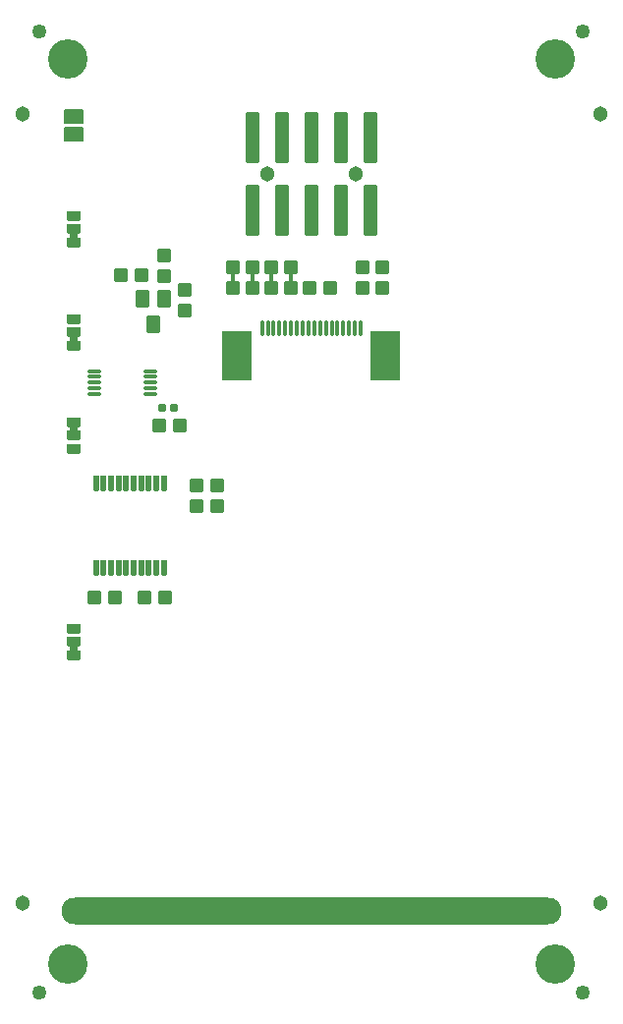
<source format=gbr>
%TF.GenerationSoftware,KiCad,Pcbnew,7.0.9-7.0.9~ubuntu22.04.1*%
%TF.CreationDate,2025-03-11T13:54:10+02:00*%
%TF.ProjectId,MOD-LCD2.8RTP_Rev_D,4d4f442d-4c43-4443-922e-385254505f52,D*%
%TF.SameCoordinates,PX2aea540PY8677d40*%
%TF.FileFunction,Soldermask,Top*%
%TF.FilePolarity,Negative*%
%FSLAX46Y46*%
G04 Gerber Fmt 4.6, Leading zero omitted, Abs format (unit mm)*
G04 Created by KiCad (PCBNEW 7.0.9-7.0.9~ubuntu22.04.1) date 2025-03-11 13:54:10*
%MOMM*%
%LPD*%
G01*
G04 APERTURE LIST*
G04 Aperture macros list*
%AMRoundRect*
0 Rectangle with rounded corners*
0 $1 Rounding radius*
0 $2 $3 $4 $5 $6 $7 $8 $9 X,Y pos of 4 corners*
0 Add a 4 corners polygon primitive as box body*
4,1,4,$2,$3,$4,$5,$6,$7,$8,$9,$2,$3,0*
0 Add four circle primitives for the rounded corners*
1,1,$1+$1,$2,$3*
1,1,$1+$1,$4,$5*
1,1,$1+$1,$6,$7*
1,1,$1+$1,$8,$9*
0 Add four rect primitives between the rounded corners*
20,1,$1+$1,$2,$3,$4,$5,0*
20,1,$1+$1,$4,$5,$6,$7,0*
20,1,$1+$1,$6,$7,$8,$9,0*
20,1,$1+$1,$8,$9,$2,$3,0*%
G04 Aperture macros list end*
%ADD10RoundRect,0.050800X-0.800100X0.584200X-0.800100X-0.584200X0.800100X-0.584200X0.800100X0.584200X0*%
%ADD11RoundRect,0.050800X0.508000X-0.381000X0.508000X0.381000X-0.508000X0.381000X-0.508000X-0.381000X0*%
%ADD12RoundRect,0.050800X0.254000X-0.254000X0.254000X0.254000X-0.254000X0.254000X-0.254000X-0.254000X0*%
%ADD13RoundRect,0.050800X-0.508000X0.381000X-0.508000X-0.381000X0.508000X-0.381000X0.508000X0.381000X0*%
%ADD14RoundRect,0.050800X-0.254000X0.254000X-0.254000X-0.254000X0.254000X-0.254000X0.254000X0.254000X0*%
%ADD15RoundRect,0.050800X0.508000X0.508000X-0.508000X0.508000X-0.508000X-0.508000X0.508000X-0.508000X0*%
%ADD16RoundRect,0.050800X-0.508000X-0.508000X0.508000X-0.508000X0.508000X0.508000X-0.508000X0.508000X0*%
%ADD17RoundRect,0.050800X0.500000X-0.700000X0.500000X0.700000X-0.500000X0.700000X-0.500000X-0.700000X0*%
%ADD18RoundRect,0.050800X-0.508000X0.508000X-0.508000X-0.508000X0.508000X-0.508000X0.508000X0.508000X0*%
%ADD19RoundRect,0.050800X-0.127000X0.254000X-0.127000X-0.254000X0.127000X-0.254000X0.127000X0.254000X0*%
%ADD20RoundRect,0.050800X-0.162500X-0.635000X0.162500X-0.635000X0.162500X0.635000X-0.162500X0.635000X0*%
%ADD21RoundRect,0.050800X0.508000X-0.508000X0.508000X0.508000X-0.508000X0.508000X-0.508000X-0.508000X0*%
%ADD22RoundRect,0.050800X0.250000X0.275000X-0.250000X0.275000X-0.250000X-0.275000X0.250000X-0.275000X0*%
%ADD23RoundRect,0.050800X-0.250000X-0.275000X0.250000X-0.275000X0.250000X0.275000X-0.250000X0.275000X0*%
%ADD24RoundRect,0.050800X0.500000X-0.125000X0.500000X0.125000X-0.500000X0.125000X-0.500000X-0.125000X0*%
%ADD25C,1.301600*%
%ADD26RoundRect,0.050800X0.500000X-2.125000X0.500000X2.125000X-0.500000X2.125000X-0.500000X-2.125000X0*%
%ADD27C,3.401601*%
%ADD28C,1.254000*%
%ADD29O,43.101600X2.301600*%
%ADD30RoundRect,0.050800X1.250000X2.050000X-1.250000X2.050000X-1.250000X-2.050000X1.250000X-2.050000X0*%
%ADD31RoundRect,0.050800X0.125000X0.600000X-0.125000X0.600000X-0.125000X-0.600000X0.125000X-0.600000X0*%
G04 APERTURE END LIST*
D10*
%TO.C,SJ3*%
X4530000Y75468000D03*
X4530000Y76992000D03*
%TD*%
D11*
%TO.C,SJ1*%
X4530000Y30637000D03*
D12*
X4530000Y31018000D03*
X4530000Y31399000D03*
D11*
X4530000Y31780000D03*
X4530000Y32923000D03*
%TD*%
%TO.C,SJ2*%
X4530000Y57307000D03*
D12*
X4530000Y57688000D03*
X4530000Y58069000D03*
D11*
X4530000Y58450000D03*
X4530000Y59593000D03*
%TD*%
%TO.C,SJ4*%
X4530000Y66197000D03*
D12*
X4530000Y66578000D03*
X4530000Y66959000D03*
D11*
X4530000Y67340000D03*
X4530000Y68483000D03*
%TD*%
D13*
%TO.C,SJ5*%
X4530000Y48417000D03*
X4530000Y49560000D03*
D14*
X4530000Y49941000D03*
X4530000Y50322000D03*
D13*
X4530000Y50703000D03*
%TD*%
D15*
%TO.C,C1*%
X24850000Y62260000D03*
X26628000Y62260000D03*
%TD*%
D16*
%TO.C,C2*%
X6308000Y35590000D03*
X8086000Y35590000D03*
%TD*%
%TO.C,C3*%
X8594000Y63403000D03*
X10372000Y63403000D03*
%TD*%
D17*
%TO.C,FET1*%
X12337960Y61383440D03*
X10435500Y61383440D03*
X11390540Y59173640D03*
%TD*%
D18*
%TO.C,R1*%
X23199000Y64038000D03*
D19*
X23199000Y63349000D03*
X23199000Y62949000D03*
D18*
X23199000Y62260000D03*
%TD*%
%TO.C,R2*%
X21548000Y64038000D03*
D19*
X21548000Y63349000D03*
X21548000Y62949000D03*
D18*
X21548000Y62260000D03*
%TD*%
%TO.C,R3*%
X19897000Y64038000D03*
D19*
X19897000Y63349000D03*
X19897000Y62949000D03*
D18*
X19897000Y62260000D03*
%TD*%
%TO.C,R4*%
X18246000Y64038000D03*
D19*
X18246000Y63349000D03*
X18246000Y62949000D03*
D18*
X18246000Y62260000D03*
%TD*%
D20*
%TO.C,U1*%
X6431000Y38193500D03*
X7081000Y38193500D03*
X7731000Y38193500D03*
X8381000Y38193500D03*
X9031000Y38193500D03*
X9681000Y38193500D03*
X10331000Y38193500D03*
X10981000Y38193500D03*
X11631000Y38193500D03*
X12281000Y38193500D03*
X12281000Y45432500D03*
X11631000Y45432500D03*
X10981000Y45432500D03*
X10331000Y45432500D03*
X9681000Y45432500D03*
X9031000Y45432500D03*
X8381000Y45432500D03*
X7731000Y45432500D03*
X7081000Y45432500D03*
X6431000Y45432500D03*
%TD*%
D16*
%TO.C,R7*%
X10626000Y35590000D03*
X12404000Y35590000D03*
%TD*%
%TO.C,R8*%
X15071000Y43464000D03*
X16849000Y43464000D03*
%TD*%
%TO.C,R9*%
X15071000Y45242000D03*
X16849000Y45242000D03*
%TD*%
D18*
%TO.C,R5*%
X12277000Y65054000D03*
X12277000Y63276000D03*
%TD*%
D21*
%TO.C,R6*%
X14055000Y60355000D03*
X14055000Y62133000D03*
%TD*%
%TO.C,C4*%
X29422000Y62260000D03*
X29422000Y64038000D03*
%TD*%
D18*
%TO.C,R10*%
X31073000Y64038000D03*
X31073000Y62260000D03*
%TD*%
D22*
%TO.C,C5*%
X12150000Y51973000D03*
D23*
X13166000Y51973000D03*
%TD*%
D16*
%TO.C,C6*%
X11896000Y50449000D03*
X13674000Y50449000D03*
%TD*%
D24*
%TO.C,U2*%
X11121000Y53132000D03*
X11121000Y53632000D03*
X11121000Y54132000D03*
X11121000Y54632000D03*
X11121000Y55132000D03*
X6321000Y55132000D03*
X6321000Y54632000D03*
X6321000Y54132000D03*
X6321000Y53632000D03*
X6321000Y53132000D03*
%TD*%
D25*
%TO.C,UEXT1*%
X21190000Y72100000D03*
X28810000Y72100000D03*
D26*
X19920000Y68975000D03*
X19920000Y75225000D03*
X22460000Y68975000D03*
X22460000Y75225000D03*
X25000000Y68975000D03*
X25000000Y75225000D03*
X27540000Y68975000D03*
X27540000Y75225000D03*
X30080000Y68975000D03*
X30080000Y75225000D03*
%TD*%
D27*
%TO.C,MH2*%
X46000000Y4000000D03*
%TD*%
D28*
%TO.C,FID2*%
X48400000Y1600000D03*
%TD*%
%TO.C,FID4*%
X1600000Y84400000D03*
%TD*%
D25*
%TO.C,LCD1*%
X100000Y77300000D03*
X100000Y9300000D03*
D29*
X25000000Y8600000D03*
D25*
X49900000Y77300000D03*
X49900000Y9300000D03*
D30*
X18600000Y56450000D03*
X31400000Y56450000D03*
D31*
X29250000Y58800000D03*
X28750000Y58800000D03*
X28250000Y58800000D03*
X27750000Y58800000D03*
X27250000Y58800000D03*
X26750000Y58800000D03*
X26250000Y58800000D03*
X25750000Y58800000D03*
X25250000Y58800000D03*
X24750000Y58800000D03*
X24250000Y58800000D03*
X23750000Y58800000D03*
X23250000Y58800000D03*
X22750000Y58800000D03*
X22250000Y58800000D03*
X21750000Y58800000D03*
X21250000Y58800000D03*
X20750000Y58800000D03*
%TD*%
D27*
%TO.C,MH4*%
X4000000Y82000000D03*
%TD*%
D28*
%TO.C,FID1*%
X1600000Y1600000D03*
%TD*%
%TO.C,FID3*%
X48400000Y84400000D03*
%TD*%
D27*
%TO.C,MH3*%
X46000000Y82000000D03*
%TD*%
%TO.C,MH1*%
X4000000Y4000000D03*
%TD*%
M02*

</source>
